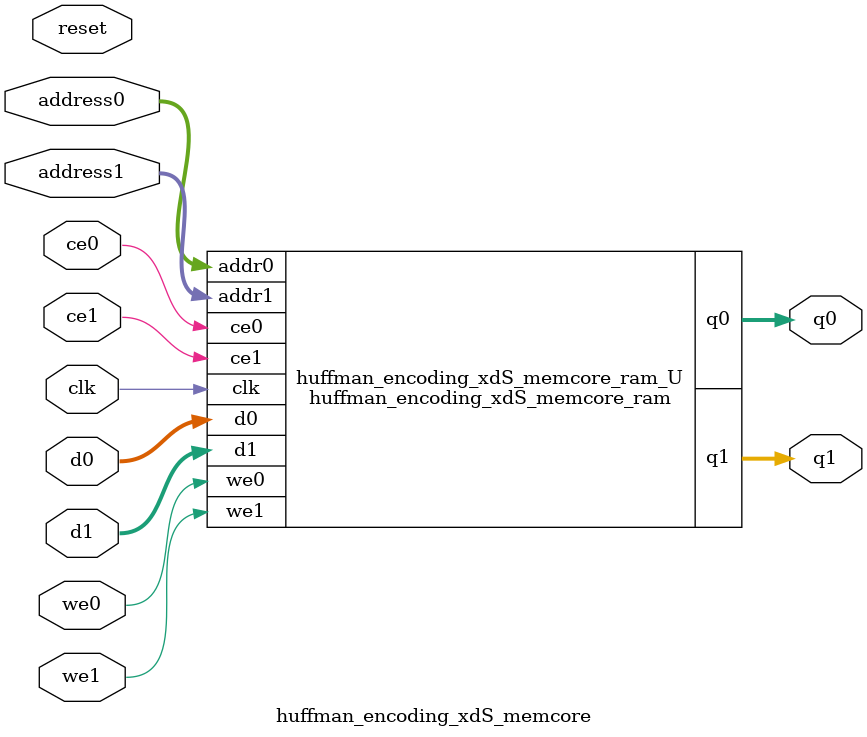
<source format=v>
`timescale 1 ns / 1 ps
module huffman_encoding_xdS_memcore_ram (addr0, ce0, d0, we0, q0, addr1, ce1, d1, we1, q1,  clk);

parameter DWIDTH = 9;
parameter AWIDTH = 7;
parameter MEM_SIZE = 128;

input[AWIDTH-1:0] addr0;
input ce0;
input[DWIDTH-1:0] d0;
input we0;
output reg[DWIDTH-1:0] q0;
input[AWIDTH-1:0] addr1;
input ce1;
input[DWIDTH-1:0] d1;
input we1;
output reg[DWIDTH-1:0] q1;
input clk;

(* ram_style = "block" *)reg [DWIDTH-1:0] ram[0:MEM_SIZE-1];




always @(posedge clk)  
begin 
    if (ce0) begin
        if (we0) 
            ram[addr0] <= d0; 
        q0 <= ram[addr0];
    end
end


always @(posedge clk)  
begin 
    if (ce1) begin
        if (we1) 
            ram[addr1] <= d1; 
        q1 <= ram[addr1];
    end
end


endmodule

`timescale 1 ns / 1 ps
module huffman_encoding_xdS_memcore(
    reset,
    clk,
    address0,
    ce0,
    we0,
    d0,
    q0,
    address1,
    ce1,
    we1,
    d1,
    q1);

parameter DataWidth = 32'd9;
parameter AddressRange = 32'd128;
parameter AddressWidth = 32'd7;
input reset;
input clk;
input[AddressWidth - 1:0] address0;
input ce0;
input we0;
input[DataWidth - 1:0] d0;
output[DataWidth - 1:0] q0;
input[AddressWidth - 1:0] address1;
input ce1;
input we1;
input[DataWidth - 1:0] d1;
output[DataWidth - 1:0] q1;



huffman_encoding_xdS_memcore_ram huffman_encoding_xdS_memcore_ram_U(
    .clk( clk ),
    .addr0( address0 ),
    .ce0( ce0 ),
    .we0( we0 ),
    .d0( d0 ),
    .q0( q0 ),
    .addr1( address1 ),
    .ce1( ce1 ),
    .we1( we1 ),
    .d1( d1 ),
    .q1( q1 ));

endmodule


</source>
